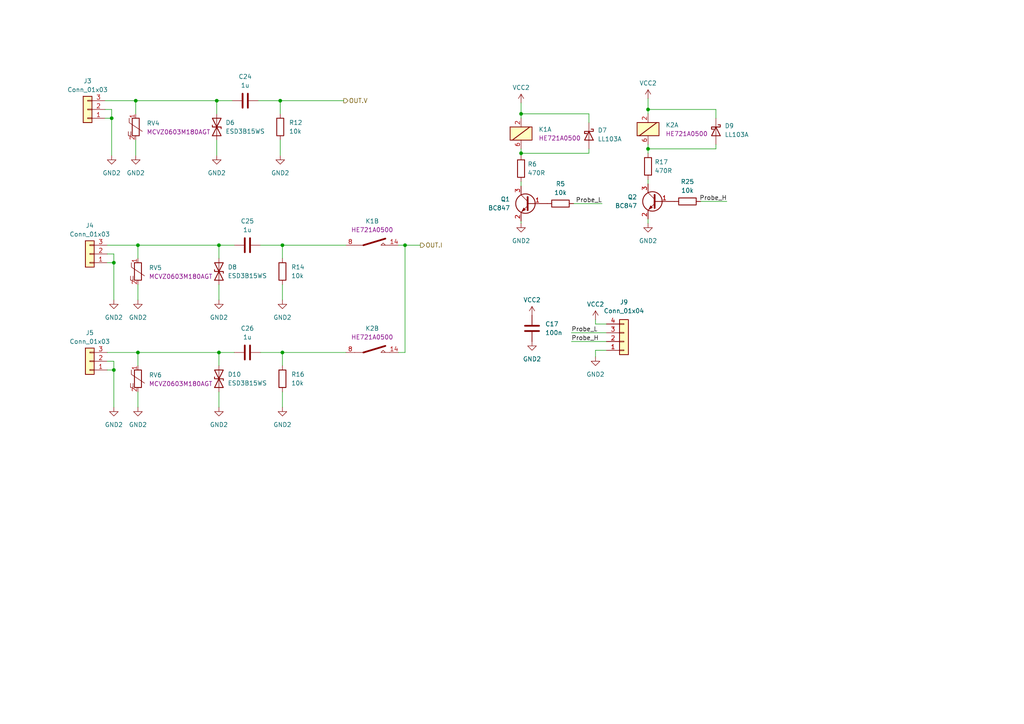
<source format=kicad_sch>
(kicad_sch (version 20231120) (generator "eeschema") (generator_version "8.0")
  (paper "A4")
  (title_block (title "lineScope Isolators ") (date "2024-05-26") (rev "Rev 1.1.0") (company "koszalix"))
  (lib_symbols
    (symbol "Connector_Generic:Conn_01x03" (pin_names (offset 1.016) hide)
      (property "Reference" "J" (at 0 5.08 0))
      (property "Value" "Conn_01x03" (at 0 -5.08 0))
      (symbol "Conn_01x03_1_1"
        (rectangle (start -1.27 -2.413) (end 0 -2.667) (stroke (width 0.1524)))
        (rectangle (start -1.27 0.127) (end 0 -0.127) (stroke (width 0.1524)))
        (rectangle (start -1.27 2.667) (end 0 2.413) (stroke (width 0.1524)))
        (rectangle (start -1.27 3.81) (end 1.27 -3.81) (stroke (width 0.254)) (fill (type background)))
        (pin passive line (at -5.08 2.54 0) (length 3.81) (name "Pin_1") (number "1"))
        (pin passive line (at -5.08 0 0) (length 3.81) (name "Pin_2") (number "2"))
        (pin passive line (at -5.08 -2.54 0) (length 3.81) (name "Pin_3") (number "3"))
      )
    )
    (symbol "Connector_Generic:Conn_01x04" (pin_names (offset 1.016) hide)
      (property "Reference" "J" (at 0 5.08 0))
      (property "Value" "Conn_01x04" (at 0 -7.62 0))
      (symbol "Conn_01x04_1_1"
        (rectangle (start -1.27 -4.953) (end 0 -5.207) (stroke (width 0.1524)))
        (rectangle (start -1.27 -2.413) (end 0 -2.667) (stroke (width 0.1524)))
        (rectangle (start -1.27 0.127) (end 0 -0.127) (stroke (width 0.1524)))
        (rectangle (start -1.27 2.667) (end 0 2.413) (stroke (width 0.1524)))
        (rectangle (start -1.27 3.81) (end 1.27 -6.35) (stroke (width 0.254)) (fill (type background)))
        (pin passive line (at -5.08 2.54 0) (length 3.81) (name "Pin_1") (number "1"))
        (pin passive line (at -5.08 0 0) (length 3.81) (name "Pin_2") (number "2"))
        (pin passive line (at -5.08 -2.54 0) (length 3.81) (name "Pin_3") (number "3"))
        (pin passive line (at -5.08 -5.08 0) (length 3.81) (name "Pin_4") (number "4"))
      )
    )
    (symbol "Koszalix_Capacitors_Ceramic_Walsin_0603:CAP_100n_X7R" (pin_numbers hide) (pin_names (offset 0) hide)
      (property "Reference" "C" (at 3.81 1.27 0))
      (property "Value" "100n" (at 5.08 -1.27 0))
      (symbol "CAP_100n_X7R_0_1"
        (polyline (pts (xy -2.032 -0.762) (xy 2.032 -0.762)) (stroke (width 0.508)))
        (polyline (pts (xy -2.032 0.762) (xy 2.032 0.762)) (stroke (width 0.508)))
      )
      (symbol "CAP_100n_X7R_1_1"
        (pin passive line (at 0 3.81 270) (length 2.794) (name "~") (number "1"))
        (pin passive line (at 0 -3.81 90) (length 2.794) (name "~") (number "2"))
      )
    )
    (symbol "Koszalix_Capacitors_Ceramic_Walsin_0603:CAP_1u_X7R" (pin_numbers hide) (pin_names (offset 0) hide)
      (property "Reference" "C" (at 3.81 1.27 0))
      (property "Value" "1u" (at 5.08 -1.27 0))
      (symbol "CAP_1u_X7R_0_1"
        (polyline (pts (xy -2.032 -0.762) (xy 2.032 -0.762)) (stroke (width 0.508)))
        (polyline (pts (xy -2.032 0.762) (xy 2.032 0.762)) (stroke (width 0.508)))
      )
      (symbol "CAP_1u_X7R_1_1"
        (pin passive line (at 0 3.81 270) (length 2.794) (name "~") (number "1"))
        (pin passive line (at 0 -3.81 90) (length 2.794) (name "~") (number "2"))
      )
    )
    (symbol "Koszalix_PWR_Symbols:VCC2" (power) (in_bom no) (on_board no)
      (property "Value" "VCC2" (at 0.254 -2.032 0))
      (symbol "VCC2_0_1"
        (polyline (pts (xy -0.762 1.27) (xy 0 2.54)))
        (polyline (pts (xy 0 0) (xy 0 2.54)))
        (polyline (pts (xy 0 2.54) (xy 0.762 1.27)))
      )
      (symbol "VCC2_1_1"
        (pin power_in line (at 0 0 0) (length 0) hide (name "VCC") (number "1"))
      )
    )
    (symbol "Koszalix_Relays:HE721A0500"
      (property "Reference" "K" (at 11.938 -1.778 0))
      (property "MPN" "HE721A0500" (at 0 0 0))
      (symbol "HE721A0500_0_0"
        (text "" (at 0 -6.35 0) (effects (font (size 1.27 1.27))))
      )
      (symbol "HE721A0500_1_1"
        (rectangle (start -3.175 -2.54) (end 3.175 -6.35) (stroke (width 0.254)) (fill (type background)))
        (polyline (pts (xy -2.54 -6.35) (xy 2.54 -2.54)) (stroke (width 0.254)))
        (pin no_connect line (at 1.27 -8.89 90) (length 2.54) hide (name "~") (number "13"))
        (pin passive line (at 0 0 270) (length 2.54) (name "~") (number "2"))
        (pin passive line (at 0 -8.89 90) (length 2.54) (name "~") (number "6"))
        (pin no_connect line (at 1.27 0 270) (length 2.54) hide (name "~") (number "9"))
      )
      (symbol "HE721A0500_2_1"
        (polyline (pts (xy 0 -10.16) (xy -1.905 -3.81)) (stroke (width 0.508)))
        (polyline (pts (xy 0 -10.16) (xy 0 -12.7)))
        (polyline (pts (xy 0 -2.54) (xy 0 -5.08) (xy -0.635 -4.445) (xy 0 -3.81)))
        (pin passive line (at 0 0 270) (length 2.54) hide (name "~") (number "1"))
        (pin passive line (at 0 0 270) (length 2.54) (name "~") (number "14"))
        (pin passive line (at 0 -15.24 90) (length 2.54) hide (name "~") (number "7"))
        (pin passive line (at 0 -15.24 90) (length 2.54) (name "~") (number "8"))
      )
    )
    (symbol "Koszalix_Resistors_Yageo_RC0603:RES_10k_0603" (pin_numbers hide) (pin_names (offset 0) hide)
      (property "Reference" "R" (at 2.54 1.27 0))
      (property "Value" "10k" (at 2.54 -1.27 0))
      (symbol "RES_10k_0603_0_1"
        (rectangle (start -1.016 -2.54) (end 1.016 2.54) (stroke (width 0.254)))
      )
      (symbol "RES_10k_0603_1_1"
        (pin passive line (at 0 3.81 270) (length 1.27) (name "~") (number "1"))
        (pin passive line (at 0 -3.81 90) (length 1.27) (name "~") (number "2"))
      )
    )
    (symbol "Koszalix_Resistors_Yageo_RC0603:RES_470R_0603" (pin_numbers hide) (pin_names (offset 0) hide)
      (property "Reference" "R" (at 2.54 1.27 0))
      (property "Value" "470R" (at 2.54 -1.27 0))
      (symbol "RES_470R_0603_0_1"
        (rectangle (start -1.016 -2.54) (end 1.016 2.54) (stroke (width 0.254)))
      )
      (symbol "RES_470R_0603_1_1"
        (pin passive line (at 0 3.81 270) (length 1.27) (name "~") (number "1"))
        (pin passive line (at 0 -3.81 90) (length 1.27) (name "~") (number "2"))
      )
    )
    (symbol "Koszalix_Shottky_Diodes:LL103A" (pin_numbers hide) (pin_names (offset 0) hide)
      (property "Reference" "D" (at 0 0 0))
      (property "Value" "LL103A" (at 0 0 0))
      (symbol "LL103A_0_1"
        (polyline (pts (xy 1.27 2.54) (xy -1.27 2.54)))
        (polyline (pts (xy 1.27 3.81) (xy 1.27 1.27) (xy -1.27 2.54) (xy 1.27 3.81)) (stroke (width 0.254)))
        (polyline (pts (xy -1.905 3.175) (xy -1.905 3.81) (xy -1.27 3.81) (xy -1.27 1.27) (xy -0.635 1.27) (xy -0.635 1.905)) (stroke (width 0.254)))
      )
      (symbol "LL103A_1_1"
        (pin passive line (at -3.81 2.54 0) (length 2.54) (name "K") (number "1"))
        (pin passive line (at 3.81 2.54 180) (length 2.54) (name "A") (number "2"))
      )
    )
    (symbol "Koszalix_TVS:ESD3B15WS" (pin_numbers hide) (pin_names (offset 0) hide)
      (property "Reference" "D" (at 0 0 0))
      (property "Value" "ESD3B15WS" (at 0 0 0))
      (symbol "ESD3B15WS_0_1"
        (polyline (pts (xy 2.54 2.54) (xy 0 2.54)))
        (polyline (pts (xy 1.778 3.81) (xy 1.27 3.81) (xy 1.27 1.27) (xy 0.762 1.27)) (stroke (width 0.254)))
        (polyline (pts (xy -1.27 3.81) (xy -1.27 1.27) (xy 3.81 3.81) (xy 3.81 1.27) (xy -1.27 3.81)) (stroke (width 0.254)))
      )
      (symbol "ESD3B15WS_1_1"
        (pin passive line (at -2.54 2.54 0) (length 2.54) (name "A1") (number "1"))
        (pin passive line (at 5.08 2.54 180) (length 2.54) (name "A2") (number "2"))
      )
    )
    (symbol "Koszalix_Varistors:MCVZ0603M180AGT"
      (property "Reference" "RV" (at 3.048 0 0))
      (property "MPN" "MCVZ0603M180AGT" (at 0 0 0))
      (symbol "MCVZ0603M180AGT_0_0"
        (text "U" (at -1.778 -5.842 0) (effects (font (size 1.27 1.27))))
      )
      (symbol "MCVZ0603M180AGT_0_1"
        (rectangle (start -1.016 -6.35) (end 1.016 -1.27) (stroke (width 0.254)))
        (polyline (pts (xy -1.905 -1.27) (xy -1.905 -2.54) (xy 1.905 -5.08)))
      )
      (symbol "MCVZ0603M180AGT_1_1"
        (pin passive line (at 0 0 270) (length 1.27) (name "~") (number "1"))
        (pin passive line (at 0 -7.62 90) (length 1.27) (name "~") (number "2"))
      )
    )
    (symbol "Transistor_BJT:BC847" (pin_names (offset 0) hide)
      (property "Reference" "Q" (at 5.08 1.905 0))
      (property "Value" "BC847" (at 5.08 0 0))
      (symbol "BC847_0_1"
        (polyline (pts (xy 0.635 0.635) (xy 2.54 2.54)))
        (polyline (pts (xy 0.635 -0.635) (xy 2.54 -2.54) (xy 2.54 -2.54)))
        (polyline (pts (xy 0.635 1.905) (xy 0.635 -1.905) (xy 0.635 -1.905)) (stroke (width 0.508)))
        (polyline (pts (xy 1.27 -1.778) (xy 1.778 -1.27) (xy 2.286 -2.286) (xy 1.27 -1.778) (xy 1.27 -1.778)) (fill (type outline)))
        (circle (center 1.27 0) (radius 2.8194) (stroke (width 0.254)))
      )
      (symbol "BC847_1_1"
        (pin input line (at -5.08 0 0) (length 5.715) (name "B") (number "1"))
        (pin passive line (at 2.54 -5.08 90) (length 2.54) (name "E") (number "2"))
        (pin passive line (at 2.54 5.08 270) (length 2.54) (name "C") (number "3"))
      )
    )
    (symbol "power:GND2" (power) (pin_names (offset 0))
      (property "Value" "GND2" (at 0 -3.81 0))
      (symbol "GND2_0_1"
        (polyline (pts (xy 0 0) (xy 0 -1.27) (xy 1.27 -1.27) (xy 0 -2.54) (xy -1.27 -1.27) (xy 0 -1.27)))
      )
      (symbol "GND2_1_1"
        (pin power_in line (at 0 0 270) (length 0) hide (name "GND2") (number "1"))
      )
    )
  )
  (junction (at 151.13 44.45))
  (junction (at 81.915 102.235))
  (junction (at 62.865 29.21))
  (junction (at 40.005 102.235))
  (junction (at 40.005 71.12))
  (junction (at 187.96 31.75))
  (junction (at 32.385 34.29))
  (junction (at 39.37 29.21))
  (junction (at 81.28 29.21))
  (junction (at 33.02 76.2))
  (junction (at 63.5 102.235))
  (junction (at 81.915 71.12))
  (junction (at 117.475 71.12))
  (junction (at 33.02 107.315))
  (junction (at 63.5 71.12))
  (junction (at 151.13 33.02))
  (junction (at 187.96 43.18))
  (wire (pts (xy 81.915 118.11) (xy 81.915 113.665)))
  (wire (pts (xy 81.915 106.045) (xy 81.915 102.235)))
  (wire (pts (xy 175.895 96.52) (xy 165.735 96.52)))
  (wire (pts (xy 81.915 102.235) (xy 100.33 102.235)))
  (wire (pts (xy 62.865 29.21) (xy 67.31 29.21)))
  (wire (pts (xy 187.96 64.77) (xy 187.96 63.5)))
  (wire (pts (xy 210.82 58.42) (xy 203.2 58.42)))
  (wire (pts (xy 31.115 71.12) (xy 40.005 71.12)))
  (wire (pts (xy 81.28 33.02) (xy 81.28 29.21)))
  (wire (pts (xy 151.13 29.845) (xy 151.13 33.02)))
  (wire (pts (xy 39.37 45.085) (xy 39.37 40.64)))
  (wire (pts (xy 31.115 102.235) (xy 40.005 102.235)))
  (wire (pts (xy 187.96 43.18) (xy 187.96 44.45)))
  (wire (pts (xy 81.915 71.12) (xy 100.33 71.12)))
  (wire (pts (xy 187.96 41.91) (xy 187.96 43.18)))
  (wire (pts (xy 63.5 71.12) (xy 63.5 74.93)))
  (wire (pts (xy 62.865 29.21) (xy 62.865 33.02)))
  (wire (pts (xy 187.96 52.07) (xy 187.96 53.34)))
  (wire (pts (xy 151.13 44.45) (xy 151.13 45.085)))
  (wire (pts (xy 40.005 102.235) (xy 63.5 102.235)))
  (wire (pts (xy 115.57 102.235) (xy 117.475 102.235)))
  (wire (pts (xy 33.02 73.66) (xy 31.115 73.66)))
  (wire (pts (xy 81.915 74.93) (xy 81.915 71.12)))
  (wire (pts (xy 172.72 93.98) (xy 175.895 93.98)))
  (wire (pts (xy 33.02 107.315) (xy 33.02 118.11)))
  (wire (pts (xy 39.37 29.21) (xy 62.865 29.21)))
  (wire (pts (xy 172.72 92.71) (xy 172.72 93.98)))
  (wire (pts (xy 81.915 86.995) (xy 81.915 82.55)))
  (wire (pts (xy 187.96 31.75) (xy 207.645 31.75)))
  (wire (pts (xy 81.28 29.21) (xy 99.695 29.21)))
  (wire (pts (xy 81.915 71.12) (xy 75.565 71.12)))
  (wire (pts (xy 175.895 99.06) (xy 165.735 99.06)))
  (wire (pts (xy 207.645 43.18) (xy 207.645 41.91)))
  (wire (pts (xy 121.92 71.12) (xy 117.475 71.12)))
  (wire (pts (xy 32.385 34.29) (xy 32.385 45.085)))
  (wire (pts (xy 151.13 44.45) (xy 170.815 44.45)))
  (wire (pts (xy 151.13 52.705) (xy 151.13 53.975)))
  (wire (pts (xy 151.13 33.02) (xy 170.815 33.02)))
  (wire (pts (xy 63.5 102.235) (xy 67.945 102.235)))
  (wire (pts (xy 117.475 71.12) (xy 115.57 71.12)))
  (wire (pts (xy 31.115 107.315) (xy 33.02 107.315)))
  (wire (pts (xy 81.28 29.21) (xy 74.93 29.21)))
  (wire (pts (xy 62.865 45.085) (xy 62.865 40.64)))
  (wire (pts (xy 81.28 45.085) (xy 81.28 40.64)))
  (wire (pts (xy 75.565 102.235) (xy 81.915 102.235)))
  (wire (pts (xy 33.02 76.2) (xy 33.02 86.995)))
  (wire (pts (xy 31.115 76.2) (xy 33.02 76.2)))
  (wire (pts (xy 63.5 71.12) (xy 67.945 71.12)))
  (wire (pts (xy 30.48 29.21) (xy 39.37 29.21)))
  (wire (pts (xy 40.005 102.235) (xy 40.005 106.045)))
  (wire (pts (xy 151.13 43.18) (xy 151.13 44.45)))
  (wire (pts (xy 40.005 118.11) (xy 40.005 113.665)))
  (wire (pts (xy 32.385 34.29) (xy 32.385 31.75)))
  (wire (pts (xy 187.96 33.02) (xy 187.96 31.75)))
  (wire (pts (xy 40.005 86.995) (xy 40.005 82.55)))
  (wire (pts (xy 172.72 101.6) (xy 175.895 101.6)))
  (wire (pts (xy 63.5 118.11) (xy 63.5 113.665)))
  (wire (pts (xy 33.02 76.2) (xy 33.02 73.66)))
  (wire (pts (xy 63.5 102.235) (xy 63.5 106.045)))
  (wire (pts (xy 187.96 43.18) (xy 207.645 43.18)))
  (wire (pts (xy 187.96 28.575) (xy 187.96 31.75)))
  (wire (pts (xy 33.02 107.315) (xy 33.02 104.775)))
  (wire (pts (xy 166.37 59.055) (xy 174.625 59.055)))
  (wire (pts (xy 40.005 71.12) (xy 40.005 74.93)))
  (wire (pts (xy 33.02 104.775) (xy 31.115 104.775)))
  (wire (pts (xy 30.48 34.29) (xy 32.385 34.29)))
  (wire (pts (xy 207.645 31.75) (xy 207.645 34.29)))
  (wire (pts (xy 32.385 31.75) (xy 30.48 31.75)))
  (wire (pts (xy 170.815 33.02) (xy 170.815 35.56)))
  (wire (pts (xy 117.475 71.12) (xy 117.475 102.235)))
  (wire (pts (xy 39.37 29.21) (xy 39.37 33.02)))
  (wire (pts (xy 172.72 103.505) (xy 172.72 101.6)))
  (wire (pts (xy 63.5 86.995) (xy 63.5 82.55)))
  (wire (pts (xy 151.13 33.02) (xy 151.13 34.29)))
  (wire (pts (xy 170.815 44.45) (xy 170.815 43.18)))
  (wire (pts (xy 40.005 71.12) (xy 63.5 71.12)))
  (wire (pts (xy 151.13 64.77) (xy 151.13 64.135)))
  (label "Probe_L" (at 174.625 59.055 180))
  (label "Probe_H" (at 210.82 58.42 180))
  (label "Probe_H" (at 165.735 99.06 0))
  (label "Probe_L" (at 165.735 96.52 0))
  (hierarchical_label "OUT.V" (shape output) (at 99.695 29.21 0))
  (hierarchical_label "OUT.I" (shape output) (at 121.92 71.12 0))
  (symbol (lib_id "Koszalix_Relays:HE721A0500") (at 187.96 33.02 0) (unit 1)
    (property "Reference" "K2" (at 193.04 36.2707 0) (effects (justify left)))
    (property "Value" "HE721A0500" (effects (hide yes)))
    (property "Footprint" "Koszalix_Relays:HE721A050" (effects (hide yes)))
    (property "Datasheet" "https://www.tme.eu/Document/687ce3a3ea92fb56a75d889320b4e5cd/Littelfuse_Reed_Relays_HE700.pdf" (effects (hide yes)))
    (property "Description" "Reed switch" (effects (hide yes)))
    (property "MPN" "HE721A0500" (at 193.04 38.8107 0) (effects (justify left)))
    (property "Manufacturer" "Littelfuse" (effects (hide yes)))
  )
  (symbol (lib_id "Connector_Generic:Conn_01x04") (at 180.975 99.06 0) (mirror x) (unit 1)
    (property "Reference" "J9" (at 180.975 87.63 0))
    (property "Value" "Conn_01x04" (at 180.975 90.17 0))
    (property "Footprint" "Connector_JST:JST_XH_B4B-XH-A_1x04_P2.50mm_Vertical" (effects (hide yes)))
    (property "Description" "Generic connector, single row, 01x04, script generated (kicad-library-utils/schlib/autogen/connector/)" (effects (hide yes)))
  )
  (symbol (lib_id "Transistor_BJT:BC847") (at 190.5 58.42 0) (mirror y) (unit 1)
    (property "Reference" "Q2" (at 184.785 57.1499 0) (effects (justify left)))
    (property "Value" "BC847" (at 184.785 59.6899 0) (effects (justify left)))
    (property "Footprint" "Package_TO_SOT_SMD:SOT-23" (effects (hide yes)))
    (property "Datasheet" "http://www.infineon.com/dgdl/Infineon-BC847SERIES_BC848SERIES_BC849SERIES_BC850SERIES-DS-v01_01-en.pdf?fileId=db3a304314dca389011541d4630a1657" (effects (hide yes)))
    (property "Description" "0.1A Ic, 45V Vce, NPN Transistor, SOT-23" (effects (hide yes)))
  )
  (symbol (lib_id "Koszalix_Resistors_Yageo_RC0603:RES_470R_0603") (at 187.96 48.26 0) (unit 1)
    (property "Reference" "R17" (at 189.865 46.9899 0) (effects (justify left)))
    (property "Value" "470R" (at 189.865 49.5299 0) (effects (justify left)))
    (property "Footprint" "Resistor_SMD:R_0603_1608Metric" (effects (hide yes)))
    (property "Datasheet" "https://www.tme.eu/Document/d2a72e545e5c8eb7bf2a04fa97535928/rc0603yageo.pdf" (effects (hide yes)))
    (property "Description" "SMD Resistor" (effects (hide yes)))
    (property "Manufacturer" "YAGEO" (effects (hide yes)))
    (property "MPN" "RC0603FR-07470R" (effects (hide yes)))
    (property "Maximum Working Voltage " "50 V" (effects (hide yes)))
    (property "Maximum Overload Voltage" "100 V" (effects (hide yes)))
    (property "Dielectric Withstanding Voltage " "100 V" (effects (hide yes)))
    (property "Temperature Coefficient" "200ppm" (effects (hide yes)))
    (property "Operating Temperature Range" "–55 °C to +155 °C" (effects (hide yes)))
    (property "Tolerance" "1%" (effects (hide yes)))
  )
  (symbol (lib_id "power:GND2") (at 33.02 86.995 0) (unit 1)
    (property "Reference" "#PWR053" (effects (hide yes)))
    (property "Value" "GND2" (at 33.02 92.075 0))
    (property "Description" "Power symbol creates a global label with name \"GND2\" , ground" (effects (hide yes)))
  )
  (symbol (lib_id "power:GND2") (at 33.02 118.11 0) (unit 1)
    (property "Reference" "#PWR058" (effects (hide yes)))
    (property "Value" "GND2" (at 33.02 123.19 0))
    (property "Description" "Power symbol creates a global label with name \"GND2\" , ground" (effects (hide yes)))
  )
  (symbol (lib_id "Koszalix_Capacitors_Ceramic_Walsin_0603:CAP_1u_X7R") (at 71.12 29.21 90) (unit 1)
    (property "Reference" "C24" (at 71.12 22.225 90))
    (property "Value" "1u" (at 71.12 24.765 90))
    (property "Footprint" "Capacitor_SMD:C_0603_1608Metric" (effects (hide yes)))
    (property "Datasheet" "https://www.tme.eu/Document/e45476bf270793f696988c4e93ce1237/ASC_General_Purpose.pdf" (effects (hide yes)))
    (property "Description" "SMD Capacitor" (effects (hide yes)))
    (property "Manufacturer" "Walsin" (effects (hide yes)))
    (property "MPN" "0603B105K500CT" (effects (hide yes)))
    (property "Tolerance" "10%" (effects (hide yes)))
    (property "Rated voltage" "50V" (effects (hide yes)))
    (property "Operating temperature" "-55°C to +125°C " (effects (hide yes)))
    (property "Capacitance characteristic" "±15%" (effects (hide yes)))
  )
  (symbol (lib_id "Koszalix_Varistors:MCVZ0603M180AGT") (at 40.005 106.045 0) (unit 1)
    (property "Reference" "RV6" (at 43.18 108.7782 0) (effects (justify left)))
    (property "Value" "MCVZ0603M180AGT" (effects (hide yes)))
    (property "Footprint" "Resistor_SMD:R_0603_1608Metric_Pad0.98x0.95mm_HandSolder" (effects (hide yes)))
    (property "Datasheet" "https://4donline.ihs.com/images/VipMasterIC/IC/SCMP/SCMP-S-A0009640460/SCMP-S-A0009640460-1.pdf?hkey=6D3A4C79FDBF58556ACFDE234799DDF0" (effects (hide yes)))
    (property "Description" "Varistor 14V/18V" (effects (hide yes)))
    (property "MPN" "MCVZ0603M180AGT" (at 43.18 111.3182 0) (effects (justify left)))
    (property "Manufacturer" "MulticompPro" (effects (hide yes)))
  )
  (symbol (lib_id "Koszalix_Capacitors_Ceramic_Walsin_0603:CAP_1u_X7R") (at 71.755 71.12 90) (unit 1)
    (property "Reference" "C25" (at 71.755 64.135 90))
    (property "Value" "1u" (at 71.755 66.675 90))
    (property "Footprint" "Capacitor_SMD:C_0603_1608Metric" (effects (hide yes)))
    (property "Datasheet" "https://www.tme.eu/Document/e45476bf270793f696988c4e93ce1237/ASC_General_Purpose.pdf" (effects (hide yes)))
    (property "Description" "SMD Capacitor" (effects (hide yes)))
    (property "Manufacturer" "Walsin" (effects (hide yes)))
    (property "MPN" "0603B105K500CT" (effects (hide yes)))
    (property "Tolerance" "10%" (effects (hide yes)))
    (property "Rated voltage" "50V" (effects (hide yes)))
    (property "Operating temperature" "-55°C to +125°C " (effects (hide yes)))
    (property "Capacitance characteristic" "±15%" (effects (hide yes)))
  )
  (symbol (lib_id "Koszalix_Resistors_Yageo_RC0603:RES_470R_0603") (at 151.13 48.895 0) (unit 1)
    (property "Reference" "R6" (at 153.035 47.6249 0) (effects (justify left)))
    (property "Value" "470R" (at 153.035 50.1649 0) (effects (justify left)))
    (property "Footprint" "Resistor_SMD:R_0603_1608Metric" (effects (hide yes)))
    (property "Datasheet" "https://www.tme.eu/Document/d2a72e545e5c8eb7bf2a04fa97535928/rc0603yageo.pdf" (effects (hide yes)))
    (property "Description" "SMD Resistor" (effects (hide yes)))
    (property "Manufacturer" "YAGEO" (effects (hide yes)))
    (property "MPN" "RC0603FR-07470R" (effects (hide yes)))
    (property "Maximum Working Voltage " "50 V" (effects (hide yes)))
    (property "Maximum Overload Voltage" "100 V" (effects (hide yes)))
    (property "Dielectric Withstanding Voltage " "100 V" (effects (hide yes)))
    (property "Temperature Coefficient" "200ppm" (effects (hide yes)))
    (property "Operating Temperature Range" "–55 °C to +155 °C" (effects (hide yes)))
    (property "Tolerance" "1%" (effects (hide yes)))
  )
  (symbol (lib_id "Koszalix_PWR_Symbols:VCC2") (at 151.13 29.845 0) (unit 1) (in_bom no) (on_board no)
    (property "Reference" "#PWR035" (effects (hide yes)))
    (property "Value" "VCC2" (at 151.13 25.4 0))
  )
  (symbol (lib_id "Koszalix_Resistors_Yageo_RC0603:RES_10k_0603") (at 81.915 78.74 0) (unit 1)
    (property "Reference" "R14" (at 84.455 77.4699 0) (effects (justify left)))
    (property "Value" "10k" (at 84.455 80.0099 0) (effects (justify left)))
    (property "Footprint" "Resistor_SMD:R_0603_1608Metric" (effects (hide yes)))
    (property "Datasheet" "https://www.tme.eu/Document/d2a72e545e5c8eb7bf2a04fa97535928/rc0603yageo.pdf" (effects (hide yes)))
    (property "Description" "SMD Resistor" (effects (hide yes)))
    (property "Manufacturer" "YAGEO" (effects (hide yes)))
    (property "MPN" "RC0603FR-0710k" (effects (hide yes)))
    (property "Maximum Working Voltage " "50 V" (effects (hide yes)))
    (property "Maximum Overload Voltage" "100 V" (effects (hide yes)))
    (property "Dielectric Withstanding Voltage " "100 V" (effects (hide yes)))
    (property "Temperature Coefficient" "200ppm" (effects (hide yes)))
    (property "Operating Temperature Range" "–55 °C to +155 °C" (effects (hide yes)))
    (property "Tolerance" "1%" (effects (hide yes)))
  )
  (symbol (lib_id "power:GND2") (at 187.96 64.77 0) (unit 1)
    (property "Reference" "#PWR024" (effects (hide yes)))
    (property "Value" "GND2" (at 187.96 69.85 0))
    (property "Description" "Power symbol creates a global label with name \"GND2\" , ground" (effects (hide yes)))
  )
  (symbol (lib_id "power:GND2") (at 62.865 45.085 0) (unit 1)
    (property "Reference" "#PWR050" (effects (hide yes)))
    (property "Value" "GND2" (at 62.865 50.165 0))
    (property "Description" "Power symbol creates a global label with name \"GND2\" , ground" (effects (hide yes)))
  )
  (symbol (lib_id "Koszalix_Shottky_Diodes:LL103A") (at 168.275 39.37 270) (unit 1)
    (property "Reference" "D7" (at 173.355 37.7824 90) (effects (justify left)))
    (property "Value" "LL103A" (at 173.355 40.3224 90) (effects (justify left)))
    (property "Footprint" "Diode_SMD:D_MiniMELF" (effects (hide yes)))
    (property "Datasheet" "https://www.tme.eu/Document/4b83a5789d32f39934640cef179344a8/ll103a.pdf" (effects (hide yes)))
    (property "Description" "Schotky diode" (effects (hide yes)))
    (property "Manufacturer" "Diotec Semiconductor" (effects (hide yes)))
    (property "MPN" "LL103A" (effects (hide yes)))
    (property "Peak reverse voltage" "40V" (effects (hide yes)))
    (property "Power dissipation" "400mW" (effects (hide yes)))
    (property "Max. average forward current" "350mA" (effects (hide yes)))
    (property "unction temperature" "-55 to +125°C" (effects (hide yes)))
    (property " junction capacitance" "50pF" (effects (hide yes)))
    (property "Reverse recovery time" "10ns" (effects (hide yes)))
    (property "Leakage current" "5uA" (effects (hide yes)))
  )
  (symbol (lib_id "Koszalix_Varistors:MCVZ0603M180AGT") (at 40.005 74.93 0) (unit 1)
    (property "Reference" "RV5" (at 43.18 77.6632 0) (effects (justify left)))
    (property "Value" "MCVZ0603M180AGT" (effects (hide yes)))
    (property "Footprint" "Resistor_SMD:R_0603_1608Metric_Pad0.98x0.95mm_HandSolder" (effects (hide yes)))
    (property "Datasheet" "https://4donline.ihs.com/images/VipMasterIC/IC/SCMP/SCMP-S-A0009640460/SCMP-S-A0009640460-1.pdf?hkey=6D3A4C79FDBF58556ACFDE234799DDF0" (effects (hide yes)))
    (property "Description" "Varistor 14V/18V" (effects (hide yes)))
    (property "MPN" "MCVZ0603M180AGT" (at 43.18 80.2032 0) (effects (justify left)))
    (property "Manufacturer" "MulticompPro" (effects (hide yes)))
  )
  (symbol (lib_id "Koszalix_Shottky_Diodes:LL103A") (at 205.105 38.1 270) (unit 1)
    (property "Reference" "D9" (at 210.185 36.5124 90) (effects (justify left)))
    (property "Value" "LL103A" (at 210.185 39.0524 90) (effects (justify left)))
    (property "Footprint" "Diode_SMD:D_MiniMELF" (effects (hide yes)))
    (property "Datasheet" "https://www.tme.eu/Document/4b83a5789d32f39934640cef179344a8/ll103a.pdf" (effects (hide yes)))
    (property "Description" "Schotky diode" (effects (hide yes)))
    (property "Manufacturer" "Diotec Semiconductor" (effects (hide yes)))
    (property "MPN" "LL103A" (effects (hide yes)))
    (property "Peak reverse voltage" "40V" (effects (hide yes)))
    (property "Power dissipation" "400mW" (effects (hide yes)))
    (property "Max. average forward current" "350mA" (effects (hide yes)))
    (property "unction temperature" "-55 to +125°C" (effects (hide yes)))
    (property " junction capacitance" "50pF" (effects (hide yes)))
    (property "Reverse recovery time" "10ns" (effects (hide yes)))
    (property "Leakage current" "5uA" (effects (hide yes)))
  )
  (symbol (lib_id "power:GND2") (at 154.305 99.06 0) (unit 1)
    (property "Reference" "#PWR073" (effects (hide yes)))
    (property "Value" "GND2" (at 154.305 104.14 0))
    (property "Description" "Power symbol creates a global label with name \"GND2\" , ground" (effects (hide yes)))
  )
  (symbol (lib_id "Koszalix_Resistors_Yageo_RC0603:RES_10k_0603") (at 81.28 36.83 0) (unit 1)
    (property "Reference" "R12" (at 83.82 35.5599 0) (effects (justify left)))
    (property "Value" "10k" (at 83.82 38.0999 0) (effects (justify left)))
    (property "Footprint" "Resistor_SMD:R_0603_1608Metric" (effects (hide yes)))
    (property "Datasheet" "https://www.tme.eu/Document/d2a72e545e5c8eb7bf2a04fa97535928/rc0603yageo.pdf" (effects (hide yes)))
    (property "Description" "SMD Resistor" (effects (hide yes)))
    (property "Manufacturer" "YAGEO" (effects (hide yes)))
    (property "MPN" "RC0603FR-0710k" (effects (hide yes)))
    (property "Maximum Working Voltage " "50 V" (effects (hide yes)))
    (property "Maximum Overload Voltage" "100 V" (effects (hide yes)))
    (property "Dielectric Withstanding Voltage " "100 V" (effects (hide yes)))
    (property "Temperature Coefficient" "200ppm" (effects (hide yes)))
    (property "Operating Temperature Range" "–55 °C to +155 °C" (effects (hide yes)))
    (property "Tolerance" "1%" (effects (hide yes)))
  )
  (symbol (lib_id "Koszalix_TVS:ESD3B15WS") (at 66.04 80.01 90) (unit 1)
    (property "Reference" "D8" (at 66.04 77.4699 90) (effects (justify right)))
    (property "Value" "ESD3B15WS" (at 66.04 80.0099 90) (effects (justify right)))
    (property "Footprint" "Diode_SMD:D_SOD-323_HandSoldering" (effects (hide yes)))
    (property "Datasheet" "https://www.tme.eu/Document/88a52fd2eb5b4d5ee459bc1d3a0ee07e/esd3b5v0ws.pdf" (effects (hide yes)))
  )
  (symbol (lib_id "Koszalix_Varistors:MCVZ0603M180AGT") (at 39.37 33.02 0) (unit 1)
    (property "Reference" "RV4" (at 42.545 35.7532 0) (effects (justify left)))
    (property "Value" "MCVZ0603M180AGT" (effects (hide yes)))
    (property "Footprint" "Resistor_SMD:R_0603_1608Metric_Pad0.98x0.95mm_HandSolder" (effects (hide yes)))
    (property "Datasheet" "https://4donline.ihs.com/images/VipMasterIC/IC/SCMP/SCMP-S-A0009640460/SCMP-S-A0009640460-1.pdf?hkey=6D3A4C79FDBF58556ACFDE234799DDF0" (effects (hide yes)))
    (property "Description" "Varistor 14V/18V" (effects (hide yes)))
    (property "MPN" "MCVZ0603M180AGT" (at 42.545 38.2932 0) (effects (justify left)))
    (property "Manufacturer" "MulticompPro" (effects (hide yes)))
  )
  (symbol (lib_id "power:GND2") (at 63.5 86.995 0) (unit 1)
    (property "Reference" "#PWR055" (effects (hide yes)))
    (property "Value" "GND2" (at 63.5 92.075 0))
    (property "Description" "Power symbol creates a global label with name \"GND2\" , ground" (effects (hide yes)))
  )
  (symbol (lib_id "Koszalix_Capacitors_Ceramic_Walsin_0603:CAP_100n_X7R") (at 154.305 95.25 0) (unit 1)
    (property "Reference" "C17" (at 158.115 93.9799 0) (effects (justify left)))
    (property "Value" "100n" (at 158.115 96.5199 0) (effects (justify left)))
    (property "Footprint" "Capacitor_SMD:C_0603_1608Metric" (effects (hide yes)))
    (property "Datasheet" "https://www.tme.eu/Document/e45476bf270793f696988c4e93ce1237/ASC_General_Purpose.pdf" (effects (hide yes)))
    (property "Description" "SMD Capacitor" (effects (hide yes)))
    (property "Manufacturer" "Walsin" (effects (hide yes)))
    (property "MPN" "0603B104K500CT" (effects (hide yes)))
    (property "Tolerance" "10%" (effects (hide yes)))
    (property "Rated voltage" "50V" (effects (hide yes)))
    (property "Operating temperature" "-55°C to +125°C " (effects (hide yes)))
    (property "Capacitance characteristic" "±15%" (effects (hide yes)))
  )
  (symbol (lib_id "Koszalix_Resistors_Yageo_RC0603:RES_10k_0603") (at 162.56 59.055 90) (unit 1)
    (property "Reference" "R5" (at 162.56 53.34 90))
    (property "Value" "10k" (at 162.56 55.88 90))
    (property "Footprint" "Resistor_SMD:R_0603_1608Metric" (effects (hide yes)))
    (property "Datasheet" "https://www.tme.eu/Document/d2a72e545e5c8eb7bf2a04fa97535928/rc0603yageo.pdf" (effects (hide yes)))
    (property "Description" "SMD Resistor" (effects (hide yes)))
    (property "Manufacturer" "YAGEO" (effects (hide yes)))
    (property "MPN" "RC0603FR-0710k" (effects (hide yes)))
    (property "Maximum Working Voltage " "50 V" (effects (hide yes)))
    (property "Maximum Overload Voltage" "100 V" (effects (hide yes)))
    (property "Dielectric Withstanding Voltage " "100 V" (effects (hide yes)))
    (property "Temperature Coefficient" "200ppm" (effects (hide yes)))
    (property "Operating Temperature Range" "–55 °C to +155 °C" (effects (hide yes)))
    (property "Tolerance" "1%" (effects (hide yes)))
  )
  (symbol (lib_id "Koszalix_Relays:HE721A0500") (at 151.13 34.29 0) (unit 1)
    (property "Reference" "K1" (at 156.21 37.5407 0) (effects (justify left)))
    (property "Value" "HE721A0500" (effects (hide yes)))
    (property "Footprint" "Koszalix_Relays:HE721A050" (effects (hide yes)))
    (property "Datasheet" "https://www.tme.eu/Document/687ce3a3ea92fb56a75d889320b4e5cd/Littelfuse_Reed_Relays_HE700.pdf" (effects (hide yes)))
    (property "Description" "Reed switch" (effects (hide yes)))
    (property "MPN" "HE721A0500" (at 156.21 40.0807 0) (effects (justify left)))
    (property "Manufacturer" "Littelfuse" (effects (hide yes)))
  )
  (symbol (lib_id "power:GND2") (at 81.915 86.995 0) (unit 1)
    (property "Reference" "#PWR056" (effects (hide yes)))
    (property "Value" "GND2" (at 81.915 92.075 0))
    (property "Description" "Power symbol creates a global label with name \"GND2\" , ground" (effects (hide yes)))
  )
  (symbol (lib_id "power:GND2") (at 81.915 118.11 0) (unit 1)
    (property "Reference" "#PWR061" (effects (hide yes)))
    (property "Value" "GND2" (at 81.915 123.19 0))
    (property "Description" "Power symbol creates a global label with name \"GND2\" , ground" (effects (hide yes)))
  )
  (symbol (lib_id "Koszalix_PWR_Symbols:VCC2") (at 187.96 28.575 0) (unit 1) (in_bom no) (on_board no)
    (property "Reference" "#PWR036" (effects (hide yes)))
    (property "Value" "VCC2" (at 187.96 24.13 0))
  )
  (symbol (lib_id "power:GND2") (at 63.5 118.11 0) (unit 1)
    (property "Reference" "#PWR060" (effects (hide yes)))
    (property "Value" "GND2" (at 63.5 123.19 0))
    (property "Description" "Power symbol creates a global label with name \"GND2\" , ground" (effects (hide yes)))
  )
  (symbol (lib_id "Koszalix_Capacitors_Ceramic_Walsin_0603:CAP_1u_X7R") (at 71.755 102.235 90) (unit 1)
    (property "Reference" "C26" (at 71.755 95.25 90))
    (property "Value" "1u" (at 71.755 97.79 90))
    (property "Footprint" "Capacitor_SMD:C_0603_1608Metric" (effects (hide yes)))
    (property "Datasheet" "https://www.tme.eu/Document/e45476bf270793f696988c4e93ce1237/ASC_General_Purpose.pdf" (effects (hide yes)))
    (property "Description" "SMD Capacitor" (effects (hide yes)))
    (property "Manufacturer" "Walsin" (effects (hide yes)))
    (property "MPN" "0603B105K500CT" (effects (hide yes)))
    (property "Tolerance" "10%" (effects (hide yes)))
    (property "Rated voltage" "50V" (effects (hide yes)))
    (property "Operating temperature" "-55°C to +125°C " (effects (hide yes)))
    (property "Capacitance characteristic" "±15%" (effects (hide yes)))
  )
  (symbol (lib_id "power:GND2") (at 32.385 45.085 0) (unit 1)
    (property "Reference" "#PWR048" (effects (hide yes)))
    (property "Value" "GND2" (at 32.385 50.165 0))
    (property "Description" "Power symbol creates a global label with name \"GND2\" , ground" (effects (hide yes)))
  )
  (symbol (lib_id "Connector_Generic:Conn_01x03") (at 25.4 31.75 180) (unit 1)
    (property "Reference" "J3" (at 25.4 23.495 0))
    (property "Value" "Conn_01x03" (at 25.4 26.035 0))
    (property "Footprint" "Connector_PinSocket_2.54mm:PinSocket_1x03_P2.54mm_Horizontal" (effects (hide yes)))
    (property "Description" "Generic connector, single row, 01x03, script generated (kicad-library-utils/schlib/autogen/connector/)" (effects (hide yes)))
  )
  (symbol (lib_id "Koszalix_Resistors_Yageo_RC0603:RES_10k_0603") (at 199.39 58.42 90) (unit 1)
    (property "Reference" "R25" (at 199.39 52.705 90))
    (property "Value" "10k" (at 199.39 55.245 90))
    (property "Footprint" "Resistor_SMD:R_0603_1608Metric" (effects (hide yes)))
    (property "Datasheet" "https://www.tme.eu/Document/d2a72e545e5c8eb7bf2a04fa97535928/rc0603yageo.pdf" (effects (hide yes)))
    (property "Description" "SMD Resistor" (effects (hide yes)))
    (property "Manufacturer" "YAGEO" (effects (hide yes)))
    (property "MPN" "RC0603FR-0710k" (effects (hide yes)))
    (property "Maximum Working Voltage " "50 V" (effects (hide yes)))
    (property "Maximum Overload Voltage" "100 V" (effects (hide yes)))
    (property "Dielectric Withstanding Voltage " "100 V" (effects (hide yes)))
    (property "Temperature Coefficient" "200ppm" (effects (hide yes)))
    (property "Operating Temperature Range" "–55 °C to +155 °C" (effects (hide yes)))
    (property "Tolerance" "1%" (effects (hide yes)))
  )
  (symbol (lib_id "power:GND2") (at 40.005 118.11 0) (unit 1)
    (property "Reference" "#PWR059" (effects (hide yes)))
    (property "Value" "GND2" (at 40.005 123.19 0))
    (property "Description" "Power symbol creates a global label with name \"GND2\" , ground" (effects (hide yes)))
  )
  (symbol (lib_id "Koszalix_TVS:ESD3B15WS") (at 66.04 111.125 90) (unit 1)
    (property "Reference" "D10" (at 66.04 108.5849 90) (effects (justify right)))
    (property "Value" "ESD3B15WS" (at 66.04 111.1249 90) (effects (justify right)))
    (property "Footprint" "Diode_SMD:D_SOD-323_HandSoldering" (effects (hide yes)))
    (property "Datasheet" "https://www.tme.eu/Document/88a52fd2eb5b4d5ee459bc1d3a0ee07e/esd3b5v0ws.pdf" (effects (hide yes)))
  )
  (symbol (lib_id "Koszalix_Resistors_Yageo_RC0603:RES_10k_0603") (at 81.915 109.855 0) (unit 1)
    (property "Reference" "R16" (at 84.455 108.5849 0) (effects (justify left)))
    (property "Value" "10k" (at 84.455 111.1249 0) (effects (justify left)))
    (property "Footprint" "Resistor_SMD:R_0603_1608Metric" (effects (hide yes)))
    (property "Datasheet" "https://www.tme.eu/Document/d2a72e545e5c8eb7bf2a04fa97535928/rc0603yageo.pdf" (effects (hide yes)))
    (property "Description" "SMD Resistor" (effects (hide yes)))
    (property "Manufacturer" "YAGEO" (effects (hide yes)))
    (property "MPN" "RC0603FR-0710k" (effects (hide yes)))
    (property "Maximum Working Voltage " "50 V" (effects (hide yes)))
    (property "Maximum Overload Voltage" "100 V" (effects (hide yes)))
    (property "Dielectric Withstanding Voltage " "100 V" (effects (hide yes)))
    (property "Temperature Coefficient" "200ppm" (effects (hide yes)))
    (property "Operating Temperature Range" "–55 °C to +155 °C" (effects (hide yes)))
    (property "Tolerance" "1%" (effects (hide yes)))
  )
  (symbol (lib_id "power:GND2") (at 81.28 45.085 0) (unit 1)
    (property "Reference" "#PWR051" (effects (hide yes)))
    (property "Value" "GND2" (at 81.28 50.165 0))
    (property "Description" "Power symbol creates a global label with name \"GND2\" , ground" (effects (hide yes)))
  )
  (symbol (lib_id "Koszalix_PWR_Symbols:VCC2") (at 154.305 91.44 0) (unit 1) (in_bom no) (on_board no)
    (property "Reference" "#PWR038" (effects (hide yes)))
    (property "Value" "VCC2" (at 154.305 86.995 0))
  )
  (symbol (lib_id "Koszalix_Relays:HE721A0500") (at 115.57 71.12 270) (unit 2)
    (property "Reference" "K1" (at 107.95 64.135 90))
    (property "Value" "HE721A0500" (effects (hide yes)))
    (property "Footprint" "Koszalix_Relays:HE721A050" (effects (hide yes)))
    (property "Datasheet" "https://www.tme.eu/Document/687ce3a3ea92fb56a75d889320b4e5cd/Littelfuse_Reed_Relays_HE700.pdf" (effects (hide yes)))
    (property "Description" "Reed switch" (effects (hide yes)))
    (property "MPN" "HE721A0500" (at 107.95 66.675 90))
    (property "Manufacturer" "Littelfuse" (effects (hide yes)))
  )
  (symbol (lib_id "power:GND2") (at 151.13 64.77 0) (unit 1)
    (property "Reference" "#PWR052" (effects (hide yes)))
    (property "Value" "GND2" (at 151.13 69.85 0))
    (property "Description" "Power symbol creates a global label with name \"GND2\" , ground" (effects (hide yes)))
  )
  (symbol (lib_id "power:GND2") (at 39.37 45.085 0) (unit 1)
    (property "Reference" "#PWR049" (effects (hide yes)))
    (property "Value" "GND2" (at 39.37 50.165 0))
    (property "Description" "Power symbol creates a global label with name \"GND2\" , ground" (effects (hide yes)))
  )
  (symbol (lib_id "Koszalix_PWR_Symbols:VCC2") (at 172.72 92.71 0) (unit 1) (in_bom no) (on_board no)
    (property "Reference" "#PWR064" (effects (hide yes)))
    (property "Value" "VCC2" (at 172.72 88.265 0))
  )
  (symbol (lib_id "Connector_Generic:Conn_01x03") (at 26.035 73.66 180) (unit 1)
    (property "Reference" "J4" (at 26.035 65.405 0))
    (property "Value" "Conn_01x03" (at 26.035 67.945 0))
    (property "Footprint" "Connector_PinSocket_2.54mm:PinSocket_1x03_P2.54mm_Horizontal" (effects (hide yes)))
    (property "Description" "Generic connector, single row, 01x03, script generated (kicad-library-utils/schlib/autogen/connector/)" (effects (hide yes)))
  )
  (symbol (lib_id "power:GND2") (at 172.72 103.505 0) (unit 1)
    (property "Reference" "#PWR025" (effects (hide yes)))
    (property "Value" "GND2" (at 172.72 108.585 0))
    (property "Description" "Power symbol creates a global label with name \"GND2\" , ground" (effects (hide yes)))
  )
  (symbol (lib_id "Koszalix_TVS:ESD3B15WS") (at 65.405 38.1 90) (unit 1)
    (property "Reference" "D6" (at 65.405 35.5599 90) (effects (justify right)))
    (property "Value" "ESD3B15WS" (at 65.405 38.0999 90) (effects (justify right)))
    (property "Footprint" "Diode_SMD:D_SOD-323_HandSoldering" (effects (hide yes)))
    (property "Datasheet" "https://www.tme.eu/Document/88a52fd2eb5b4d5ee459bc1d3a0ee07e/esd3b5v0ws.pdf" (effects (hide yes)))
  )
  (symbol (lib_id "Koszalix_Relays:HE721A0500") (at 115.57 102.235 270) (unit 2)
    (property "Reference" "K2" (at 107.95 95.25 90))
    (property "Value" "HE721A0500" (effects (hide yes)))
    (property "Footprint" "Koszalix_Relays:HE721A050" (effects (hide yes)))
    (property "Datasheet" "https://www.tme.eu/Document/687ce3a3ea92fb56a75d889320b4e5cd/Littelfuse_Reed_Relays_HE700.pdf" (effects (hide yes)))
    (property "Description" "Reed switch" (effects (hide yes)))
    (property "MPN" "HE721A0500" (at 107.95 97.79 90))
    (property "Manufacturer" "Littelfuse" (effects (hide yes)))
  )
  (symbol (lib_id "power:GND2") (at 40.005 86.995 0) (unit 1)
    (property "Reference" "#PWR054" (effects (hide yes)))
    (property "Value" "GND2" (at 40.005 92.075 0))
    (property "Description" "Power symbol creates a global label with name \"GND2\" , ground" (effects (hide yes)))
  )
  (symbol (lib_id "Connector_Generic:Conn_01x03") (at 26.035 104.775 180) (unit 1)
    (property "Reference" "J5" (at 26.035 96.52 0))
    (property "Value" "Conn_01x03" (at 26.035 99.06 0))
    (property "Footprint" "Connector_PinSocket_2.54mm:PinSocket_1x03_P2.54mm_Horizontal" (effects (hide yes)))
    (property "Description" "Generic connector, single row, 01x03, script generated (kicad-library-utils/schlib/autogen/connector/)" (effects (hide yes)))
  )
  (symbol (lib_id "Transistor_BJT:BC847") (at 153.67 59.055 0) (mirror y) (unit 1)
    (property "Reference" "Q1" (at 147.955 57.7849 0) (effects (justify left)))
    (property "Value" "BC847" (at 147.955 60.3249 0) (effects (justify left)))
    (property "Footprint" "Package_TO_SOT_SMD:SOT-23" (effects (hide yes)))
    (property "Datasheet" "http://www.infineon.com/dgdl/Infineon-BC847SERIES_BC848SERIES_BC849SERIES_BC850SERIES-DS-v01_01-en.pdf?fileId=db3a304314dca389011541d4630a1657" (effects (hide yes)))
    (property "Description" "0.1A Ic, 45V Vce, NPN Transistor, SOT-23" (effects (hide yes)))
  )
)
</source>
